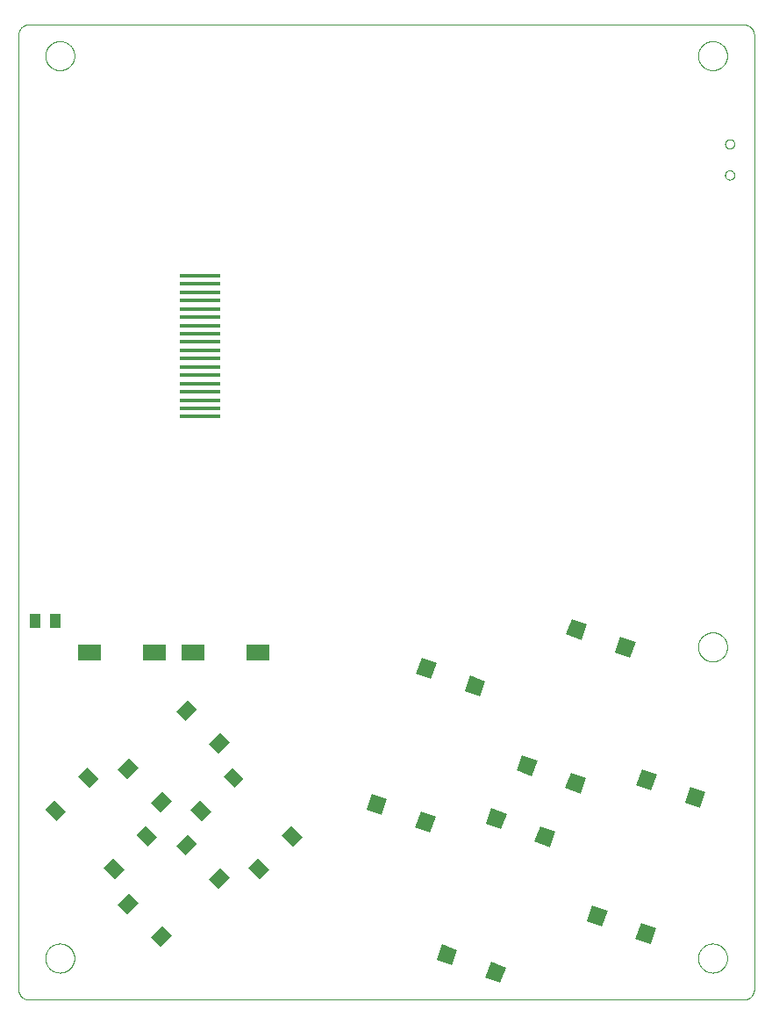
<source format=gtp>
G75*
%MOIN*%
%OFA0B0*%
%FSLAX25Y25*%
%IPPOS*%
%LPD*%
%AMOC8*
5,1,8,0,0,1.08239X$1,22.5*
%
%ADD10C,0.00000*%
%ADD11R,0.04331X0.05512*%
%ADD12R,0.15748X0.01575*%
%ADD13R,0.06299X0.06102*%
%ADD14R,0.09055X0.06299*%
%ADD15R,0.05118X0.06102*%
D10*
X0003248Y0005437D02*
X0003248Y0367642D01*
X0003250Y0367766D01*
X0003256Y0367889D01*
X0003265Y0368013D01*
X0003279Y0368135D01*
X0003296Y0368258D01*
X0003318Y0368380D01*
X0003343Y0368501D01*
X0003372Y0368621D01*
X0003404Y0368740D01*
X0003441Y0368859D01*
X0003481Y0368976D01*
X0003524Y0369091D01*
X0003572Y0369206D01*
X0003623Y0369318D01*
X0003677Y0369429D01*
X0003735Y0369539D01*
X0003796Y0369646D01*
X0003861Y0369752D01*
X0003929Y0369855D01*
X0004000Y0369956D01*
X0004074Y0370055D01*
X0004151Y0370152D01*
X0004232Y0370246D01*
X0004315Y0370337D01*
X0004401Y0370426D01*
X0004490Y0370512D01*
X0004581Y0370595D01*
X0004675Y0370676D01*
X0004772Y0370753D01*
X0004871Y0370827D01*
X0004972Y0370898D01*
X0005075Y0370966D01*
X0005181Y0371031D01*
X0005288Y0371092D01*
X0005398Y0371150D01*
X0005509Y0371204D01*
X0005621Y0371255D01*
X0005736Y0371303D01*
X0005851Y0371346D01*
X0005968Y0371386D01*
X0006087Y0371423D01*
X0006206Y0371455D01*
X0006326Y0371484D01*
X0006447Y0371509D01*
X0006569Y0371531D01*
X0006692Y0371548D01*
X0006814Y0371562D01*
X0006938Y0371571D01*
X0007061Y0371577D01*
X0007185Y0371579D01*
X0278839Y0371579D01*
X0278963Y0371577D01*
X0279086Y0371571D01*
X0279210Y0371562D01*
X0279332Y0371548D01*
X0279455Y0371531D01*
X0279577Y0371509D01*
X0279698Y0371484D01*
X0279818Y0371455D01*
X0279937Y0371423D01*
X0280056Y0371386D01*
X0280173Y0371346D01*
X0280288Y0371303D01*
X0280403Y0371255D01*
X0280515Y0371204D01*
X0280626Y0371150D01*
X0280736Y0371092D01*
X0280843Y0371031D01*
X0280949Y0370966D01*
X0281052Y0370898D01*
X0281153Y0370827D01*
X0281252Y0370753D01*
X0281349Y0370676D01*
X0281443Y0370595D01*
X0281534Y0370512D01*
X0281623Y0370426D01*
X0281709Y0370337D01*
X0281792Y0370246D01*
X0281873Y0370152D01*
X0281950Y0370055D01*
X0282024Y0369956D01*
X0282095Y0369855D01*
X0282163Y0369752D01*
X0282228Y0369646D01*
X0282289Y0369539D01*
X0282347Y0369429D01*
X0282401Y0369318D01*
X0282452Y0369206D01*
X0282500Y0369091D01*
X0282543Y0368976D01*
X0282583Y0368859D01*
X0282620Y0368740D01*
X0282652Y0368621D01*
X0282681Y0368501D01*
X0282706Y0368380D01*
X0282728Y0368258D01*
X0282745Y0368135D01*
X0282759Y0368013D01*
X0282768Y0367889D01*
X0282774Y0367766D01*
X0282776Y0367642D01*
X0282776Y0005437D01*
X0282774Y0005313D01*
X0282768Y0005190D01*
X0282759Y0005066D01*
X0282745Y0004944D01*
X0282728Y0004821D01*
X0282706Y0004699D01*
X0282681Y0004578D01*
X0282652Y0004458D01*
X0282620Y0004339D01*
X0282583Y0004220D01*
X0282543Y0004103D01*
X0282500Y0003988D01*
X0282452Y0003873D01*
X0282401Y0003761D01*
X0282347Y0003650D01*
X0282289Y0003540D01*
X0282228Y0003433D01*
X0282163Y0003327D01*
X0282095Y0003224D01*
X0282024Y0003123D01*
X0281950Y0003024D01*
X0281873Y0002927D01*
X0281792Y0002833D01*
X0281709Y0002742D01*
X0281623Y0002653D01*
X0281534Y0002567D01*
X0281443Y0002484D01*
X0281349Y0002403D01*
X0281252Y0002326D01*
X0281153Y0002252D01*
X0281052Y0002181D01*
X0280949Y0002113D01*
X0280843Y0002048D01*
X0280736Y0001987D01*
X0280626Y0001929D01*
X0280515Y0001875D01*
X0280403Y0001824D01*
X0280288Y0001776D01*
X0280173Y0001733D01*
X0280056Y0001693D01*
X0279937Y0001656D01*
X0279818Y0001624D01*
X0279698Y0001595D01*
X0279577Y0001570D01*
X0279455Y0001548D01*
X0279332Y0001531D01*
X0279210Y0001517D01*
X0279086Y0001508D01*
X0278963Y0001502D01*
X0278839Y0001500D01*
X0007185Y0001500D01*
X0007061Y0001502D01*
X0006938Y0001508D01*
X0006814Y0001517D01*
X0006692Y0001531D01*
X0006569Y0001548D01*
X0006447Y0001570D01*
X0006326Y0001595D01*
X0006206Y0001624D01*
X0006087Y0001656D01*
X0005968Y0001693D01*
X0005851Y0001733D01*
X0005736Y0001776D01*
X0005621Y0001824D01*
X0005509Y0001875D01*
X0005398Y0001929D01*
X0005288Y0001987D01*
X0005181Y0002048D01*
X0005075Y0002113D01*
X0004972Y0002181D01*
X0004871Y0002252D01*
X0004772Y0002326D01*
X0004675Y0002403D01*
X0004581Y0002484D01*
X0004490Y0002567D01*
X0004401Y0002653D01*
X0004315Y0002742D01*
X0004232Y0002833D01*
X0004151Y0002927D01*
X0004074Y0003024D01*
X0004000Y0003123D01*
X0003929Y0003224D01*
X0003861Y0003327D01*
X0003796Y0003433D01*
X0003735Y0003540D01*
X0003677Y0003650D01*
X0003623Y0003761D01*
X0003572Y0003873D01*
X0003524Y0003988D01*
X0003481Y0004103D01*
X0003441Y0004220D01*
X0003404Y0004339D01*
X0003372Y0004458D01*
X0003343Y0004578D01*
X0003318Y0004699D01*
X0003296Y0004821D01*
X0003279Y0004944D01*
X0003265Y0005066D01*
X0003256Y0005190D01*
X0003250Y0005313D01*
X0003248Y0005437D01*
X0013484Y0017248D02*
X0013486Y0017396D01*
X0013492Y0017544D01*
X0013502Y0017692D01*
X0013516Y0017839D01*
X0013534Y0017986D01*
X0013555Y0018132D01*
X0013581Y0018278D01*
X0013611Y0018423D01*
X0013644Y0018567D01*
X0013682Y0018710D01*
X0013723Y0018852D01*
X0013768Y0018993D01*
X0013816Y0019133D01*
X0013869Y0019272D01*
X0013925Y0019409D01*
X0013985Y0019544D01*
X0014048Y0019678D01*
X0014115Y0019810D01*
X0014186Y0019940D01*
X0014260Y0020068D01*
X0014337Y0020194D01*
X0014418Y0020318D01*
X0014502Y0020440D01*
X0014589Y0020559D01*
X0014680Y0020676D01*
X0014774Y0020791D01*
X0014870Y0020903D01*
X0014970Y0021013D01*
X0015072Y0021119D01*
X0015178Y0021223D01*
X0015286Y0021324D01*
X0015397Y0021422D01*
X0015510Y0021518D01*
X0015626Y0021610D01*
X0015744Y0021699D01*
X0015865Y0021784D01*
X0015988Y0021867D01*
X0016113Y0021946D01*
X0016240Y0022022D01*
X0016369Y0022094D01*
X0016500Y0022163D01*
X0016633Y0022228D01*
X0016768Y0022289D01*
X0016904Y0022347D01*
X0017041Y0022402D01*
X0017180Y0022452D01*
X0017321Y0022499D01*
X0017462Y0022542D01*
X0017605Y0022582D01*
X0017749Y0022617D01*
X0017893Y0022649D01*
X0018039Y0022676D01*
X0018185Y0022700D01*
X0018332Y0022720D01*
X0018479Y0022736D01*
X0018626Y0022748D01*
X0018774Y0022756D01*
X0018922Y0022760D01*
X0019070Y0022760D01*
X0019218Y0022756D01*
X0019366Y0022748D01*
X0019513Y0022736D01*
X0019660Y0022720D01*
X0019807Y0022700D01*
X0019953Y0022676D01*
X0020099Y0022649D01*
X0020243Y0022617D01*
X0020387Y0022582D01*
X0020530Y0022542D01*
X0020671Y0022499D01*
X0020812Y0022452D01*
X0020951Y0022402D01*
X0021088Y0022347D01*
X0021224Y0022289D01*
X0021359Y0022228D01*
X0021492Y0022163D01*
X0021623Y0022094D01*
X0021752Y0022022D01*
X0021879Y0021946D01*
X0022004Y0021867D01*
X0022127Y0021784D01*
X0022248Y0021699D01*
X0022366Y0021610D01*
X0022482Y0021518D01*
X0022595Y0021422D01*
X0022706Y0021324D01*
X0022814Y0021223D01*
X0022920Y0021119D01*
X0023022Y0021013D01*
X0023122Y0020903D01*
X0023218Y0020791D01*
X0023312Y0020676D01*
X0023403Y0020559D01*
X0023490Y0020440D01*
X0023574Y0020318D01*
X0023655Y0020194D01*
X0023732Y0020068D01*
X0023806Y0019940D01*
X0023877Y0019810D01*
X0023944Y0019678D01*
X0024007Y0019544D01*
X0024067Y0019409D01*
X0024123Y0019272D01*
X0024176Y0019133D01*
X0024224Y0018993D01*
X0024269Y0018852D01*
X0024310Y0018710D01*
X0024348Y0018567D01*
X0024381Y0018423D01*
X0024411Y0018278D01*
X0024437Y0018132D01*
X0024458Y0017986D01*
X0024476Y0017839D01*
X0024490Y0017692D01*
X0024500Y0017544D01*
X0024506Y0017396D01*
X0024508Y0017248D01*
X0024506Y0017100D01*
X0024500Y0016952D01*
X0024490Y0016804D01*
X0024476Y0016657D01*
X0024458Y0016510D01*
X0024437Y0016364D01*
X0024411Y0016218D01*
X0024381Y0016073D01*
X0024348Y0015929D01*
X0024310Y0015786D01*
X0024269Y0015644D01*
X0024224Y0015503D01*
X0024176Y0015363D01*
X0024123Y0015224D01*
X0024067Y0015087D01*
X0024007Y0014952D01*
X0023944Y0014818D01*
X0023877Y0014686D01*
X0023806Y0014556D01*
X0023732Y0014428D01*
X0023655Y0014302D01*
X0023574Y0014178D01*
X0023490Y0014056D01*
X0023403Y0013937D01*
X0023312Y0013820D01*
X0023218Y0013705D01*
X0023122Y0013593D01*
X0023022Y0013483D01*
X0022920Y0013377D01*
X0022814Y0013273D01*
X0022706Y0013172D01*
X0022595Y0013074D01*
X0022482Y0012978D01*
X0022366Y0012886D01*
X0022248Y0012797D01*
X0022127Y0012712D01*
X0022004Y0012629D01*
X0021879Y0012550D01*
X0021752Y0012474D01*
X0021623Y0012402D01*
X0021492Y0012333D01*
X0021359Y0012268D01*
X0021224Y0012207D01*
X0021088Y0012149D01*
X0020951Y0012094D01*
X0020812Y0012044D01*
X0020671Y0011997D01*
X0020530Y0011954D01*
X0020387Y0011914D01*
X0020243Y0011879D01*
X0020099Y0011847D01*
X0019953Y0011820D01*
X0019807Y0011796D01*
X0019660Y0011776D01*
X0019513Y0011760D01*
X0019366Y0011748D01*
X0019218Y0011740D01*
X0019070Y0011736D01*
X0018922Y0011736D01*
X0018774Y0011740D01*
X0018626Y0011748D01*
X0018479Y0011760D01*
X0018332Y0011776D01*
X0018185Y0011796D01*
X0018039Y0011820D01*
X0017893Y0011847D01*
X0017749Y0011879D01*
X0017605Y0011914D01*
X0017462Y0011954D01*
X0017321Y0011997D01*
X0017180Y0012044D01*
X0017041Y0012094D01*
X0016904Y0012149D01*
X0016768Y0012207D01*
X0016633Y0012268D01*
X0016500Y0012333D01*
X0016369Y0012402D01*
X0016240Y0012474D01*
X0016113Y0012550D01*
X0015988Y0012629D01*
X0015865Y0012712D01*
X0015744Y0012797D01*
X0015626Y0012886D01*
X0015510Y0012978D01*
X0015397Y0013074D01*
X0015286Y0013172D01*
X0015178Y0013273D01*
X0015072Y0013377D01*
X0014970Y0013483D01*
X0014870Y0013593D01*
X0014774Y0013705D01*
X0014680Y0013820D01*
X0014589Y0013937D01*
X0014502Y0014056D01*
X0014418Y0014178D01*
X0014337Y0014302D01*
X0014260Y0014428D01*
X0014186Y0014556D01*
X0014115Y0014686D01*
X0014048Y0014818D01*
X0013985Y0014952D01*
X0013925Y0015087D01*
X0013869Y0015224D01*
X0013816Y0015363D01*
X0013768Y0015503D01*
X0013723Y0015644D01*
X0013682Y0015786D01*
X0013644Y0015929D01*
X0013611Y0016073D01*
X0013581Y0016218D01*
X0013555Y0016364D01*
X0013534Y0016510D01*
X0013516Y0016657D01*
X0013502Y0016804D01*
X0013492Y0016952D01*
X0013486Y0017100D01*
X0013484Y0017248D01*
X0261516Y0017248D02*
X0261518Y0017396D01*
X0261524Y0017544D01*
X0261534Y0017692D01*
X0261548Y0017839D01*
X0261566Y0017986D01*
X0261587Y0018132D01*
X0261613Y0018278D01*
X0261643Y0018423D01*
X0261676Y0018567D01*
X0261714Y0018710D01*
X0261755Y0018852D01*
X0261800Y0018993D01*
X0261848Y0019133D01*
X0261901Y0019272D01*
X0261957Y0019409D01*
X0262017Y0019544D01*
X0262080Y0019678D01*
X0262147Y0019810D01*
X0262218Y0019940D01*
X0262292Y0020068D01*
X0262369Y0020194D01*
X0262450Y0020318D01*
X0262534Y0020440D01*
X0262621Y0020559D01*
X0262712Y0020676D01*
X0262806Y0020791D01*
X0262902Y0020903D01*
X0263002Y0021013D01*
X0263104Y0021119D01*
X0263210Y0021223D01*
X0263318Y0021324D01*
X0263429Y0021422D01*
X0263542Y0021518D01*
X0263658Y0021610D01*
X0263776Y0021699D01*
X0263897Y0021784D01*
X0264020Y0021867D01*
X0264145Y0021946D01*
X0264272Y0022022D01*
X0264401Y0022094D01*
X0264532Y0022163D01*
X0264665Y0022228D01*
X0264800Y0022289D01*
X0264936Y0022347D01*
X0265073Y0022402D01*
X0265212Y0022452D01*
X0265353Y0022499D01*
X0265494Y0022542D01*
X0265637Y0022582D01*
X0265781Y0022617D01*
X0265925Y0022649D01*
X0266071Y0022676D01*
X0266217Y0022700D01*
X0266364Y0022720D01*
X0266511Y0022736D01*
X0266658Y0022748D01*
X0266806Y0022756D01*
X0266954Y0022760D01*
X0267102Y0022760D01*
X0267250Y0022756D01*
X0267398Y0022748D01*
X0267545Y0022736D01*
X0267692Y0022720D01*
X0267839Y0022700D01*
X0267985Y0022676D01*
X0268131Y0022649D01*
X0268275Y0022617D01*
X0268419Y0022582D01*
X0268562Y0022542D01*
X0268703Y0022499D01*
X0268844Y0022452D01*
X0268983Y0022402D01*
X0269120Y0022347D01*
X0269256Y0022289D01*
X0269391Y0022228D01*
X0269524Y0022163D01*
X0269655Y0022094D01*
X0269784Y0022022D01*
X0269911Y0021946D01*
X0270036Y0021867D01*
X0270159Y0021784D01*
X0270280Y0021699D01*
X0270398Y0021610D01*
X0270514Y0021518D01*
X0270627Y0021422D01*
X0270738Y0021324D01*
X0270846Y0021223D01*
X0270952Y0021119D01*
X0271054Y0021013D01*
X0271154Y0020903D01*
X0271250Y0020791D01*
X0271344Y0020676D01*
X0271435Y0020559D01*
X0271522Y0020440D01*
X0271606Y0020318D01*
X0271687Y0020194D01*
X0271764Y0020068D01*
X0271838Y0019940D01*
X0271909Y0019810D01*
X0271976Y0019678D01*
X0272039Y0019544D01*
X0272099Y0019409D01*
X0272155Y0019272D01*
X0272208Y0019133D01*
X0272256Y0018993D01*
X0272301Y0018852D01*
X0272342Y0018710D01*
X0272380Y0018567D01*
X0272413Y0018423D01*
X0272443Y0018278D01*
X0272469Y0018132D01*
X0272490Y0017986D01*
X0272508Y0017839D01*
X0272522Y0017692D01*
X0272532Y0017544D01*
X0272538Y0017396D01*
X0272540Y0017248D01*
X0272538Y0017100D01*
X0272532Y0016952D01*
X0272522Y0016804D01*
X0272508Y0016657D01*
X0272490Y0016510D01*
X0272469Y0016364D01*
X0272443Y0016218D01*
X0272413Y0016073D01*
X0272380Y0015929D01*
X0272342Y0015786D01*
X0272301Y0015644D01*
X0272256Y0015503D01*
X0272208Y0015363D01*
X0272155Y0015224D01*
X0272099Y0015087D01*
X0272039Y0014952D01*
X0271976Y0014818D01*
X0271909Y0014686D01*
X0271838Y0014556D01*
X0271764Y0014428D01*
X0271687Y0014302D01*
X0271606Y0014178D01*
X0271522Y0014056D01*
X0271435Y0013937D01*
X0271344Y0013820D01*
X0271250Y0013705D01*
X0271154Y0013593D01*
X0271054Y0013483D01*
X0270952Y0013377D01*
X0270846Y0013273D01*
X0270738Y0013172D01*
X0270627Y0013074D01*
X0270514Y0012978D01*
X0270398Y0012886D01*
X0270280Y0012797D01*
X0270159Y0012712D01*
X0270036Y0012629D01*
X0269911Y0012550D01*
X0269784Y0012474D01*
X0269655Y0012402D01*
X0269524Y0012333D01*
X0269391Y0012268D01*
X0269256Y0012207D01*
X0269120Y0012149D01*
X0268983Y0012094D01*
X0268844Y0012044D01*
X0268703Y0011997D01*
X0268562Y0011954D01*
X0268419Y0011914D01*
X0268275Y0011879D01*
X0268131Y0011847D01*
X0267985Y0011820D01*
X0267839Y0011796D01*
X0267692Y0011776D01*
X0267545Y0011760D01*
X0267398Y0011748D01*
X0267250Y0011740D01*
X0267102Y0011736D01*
X0266954Y0011736D01*
X0266806Y0011740D01*
X0266658Y0011748D01*
X0266511Y0011760D01*
X0266364Y0011776D01*
X0266217Y0011796D01*
X0266071Y0011820D01*
X0265925Y0011847D01*
X0265781Y0011879D01*
X0265637Y0011914D01*
X0265494Y0011954D01*
X0265353Y0011997D01*
X0265212Y0012044D01*
X0265073Y0012094D01*
X0264936Y0012149D01*
X0264800Y0012207D01*
X0264665Y0012268D01*
X0264532Y0012333D01*
X0264401Y0012402D01*
X0264272Y0012474D01*
X0264145Y0012550D01*
X0264020Y0012629D01*
X0263897Y0012712D01*
X0263776Y0012797D01*
X0263658Y0012886D01*
X0263542Y0012978D01*
X0263429Y0013074D01*
X0263318Y0013172D01*
X0263210Y0013273D01*
X0263104Y0013377D01*
X0263002Y0013483D01*
X0262902Y0013593D01*
X0262806Y0013705D01*
X0262712Y0013820D01*
X0262621Y0013937D01*
X0262534Y0014056D01*
X0262450Y0014178D01*
X0262369Y0014302D01*
X0262292Y0014428D01*
X0262218Y0014556D01*
X0262147Y0014686D01*
X0262080Y0014818D01*
X0262017Y0014952D01*
X0261957Y0015087D01*
X0261901Y0015224D01*
X0261848Y0015363D01*
X0261800Y0015503D01*
X0261755Y0015644D01*
X0261714Y0015786D01*
X0261676Y0015929D01*
X0261643Y0016073D01*
X0261613Y0016218D01*
X0261587Y0016364D01*
X0261566Y0016510D01*
X0261548Y0016657D01*
X0261534Y0016804D01*
X0261524Y0016952D01*
X0261518Y0017100D01*
X0261516Y0017248D01*
X0261516Y0135358D02*
X0261518Y0135506D01*
X0261524Y0135654D01*
X0261534Y0135802D01*
X0261548Y0135949D01*
X0261566Y0136096D01*
X0261587Y0136242D01*
X0261613Y0136388D01*
X0261643Y0136533D01*
X0261676Y0136677D01*
X0261714Y0136820D01*
X0261755Y0136962D01*
X0261800Y0137103D01*
X0261848Y0137243D01*
X0261901Y0137382D01*
X0261957Y0137519D01*
X0262017Y0137654D01*
X0262080Y0137788D01*
X0262147Y0137920D01*
X0262218Y0138050D01*
X0262292Y0138178D01*
X0262369Y0138304D01*
X0262450Y0138428D01*
X0262534Y0138550D01*
X0262621Y0138669D01*
X0262712Y0138786D01*
X0262806Y0138901D01*
X0262902Y0139013D01*
X0263002Y0139123D01*
X0263104Y0139229D01*
X0263210Y0139333D01*
X0263318Y0139434D01*
X0263429Y0139532D01*
X0263542Y0139628D01*
X0263658Y0139720D01*
X0263776Y0139809D01*
X0263897Y0139894D01*
X0264020Y0139977D01*
X0264145Y0140056D01*
X0264272Y0140132D01*
X0264401Y0140204D01*
X0264532Y0140273D01*
X0264665Y0140338D01*
X0264800Y0140399D01*
X0264936Y0140457D01*
X0265073Y0140512D01*
X0265212Y0140562D01*
X0265353Y0140609D01*
X0265494Y0140652D01*
X0265637Y0140692D01*
X0265781Y0140727D01*
X0265925Y0140759D01*
X0266071Y0140786D01*
X0266217Y0140810D01*
X0266364Y0140830D01*
X0266511Y0140846D01*
X0266658Y0140858D01*
X0266806Y0140866D01*
X0266954Y0140870D01*
X0267102Y0140870D01*
X0267250Y0140866D01*
X0267398Y0140858D01*
X0267545Y0140846D01*
X0267692Y0140830D01*
X0267839Y0140810D01*
X0267985Y0140786D01*
X0268131Y0140759D01*
X0268275Y0140727D01*
X0268419Y0140692D01*
X0268562Y0140652D01*
X0268703Y0140609D01*
X0268844Y0140562D01*
X0268983Y0140512D01*
X0269120Y0140457D01*
X0269256Y0140399D01*
X0269391Y0140338D01*
X0269524Y0140273D01*
X0269655Y0140204D01*
X0269784Y0140132D01*
X0269911Y0140056D01*
X0270036Y0139977D01*
X0270159Y0139894D01*
X0270280Y0139809D01*
X0270398Y0139720D01*
X0270514Y0139628D01*
X0270627Y0139532D01*
X0270738Y0139434D01*
X0270846Y0139333D01*
X0270952Y0139229D01*
X0271054Y0139123D01*
X0271154Y0139013D01*
X0271250Y0138901D01*
X0271344Y0138786D01*
X0271435Y0138669D01*
X0271522Y0138550D01*
X0271606Y0138428D01*
X0271687Y0138304D01*
X0271764Y0138178D01*
X0271838Y0138050D01*
X0271909Y0137920D01*
X0271976Y0137788D01*
X0272039Y0137654D01*
X0272099Y0137519D01*
X0272155Y0137382D01*
X0272208Y0137243D01*
X0272256Y0137103D01*
X0272301Y0136962D01*
X0272342Y0136820D01*
X0272380Y0136677D01*
X0272413Y0136533D01*
X0272443Y0136388D01*
X0272469Y0136242D01*
X0272490Y0136096D01*
X0272508Y0135949D01*
X0272522Y0135802D01*
X0272532Y0135654D01*
X0272538Y0135506D01*
X0272540Y0135358D01*
X0272538Y0135210D01*
X0272532Y0135062D01*
X0272522Y0134914D01*
X0272508Y0134767D01*
X0272490Y0134620D01*
X0272469Y0134474D01*
X0272443Y0134328D01*
X0272413Y0134183D01*
X0272380Y0134039D01*
X0272342Y0133896D01*
X0272301Y0133754D01*
X0272256Y0133613D01*
X0272208Y0133473D01*
X0272155Y0133334D01*
X0272099Y0133197D01*
X0272039Y0133062D01*
X0271976Y0132928D01*
X0271909Y0132796D01*
X0271838Y0132666D01*
X0271764Y0132538D01*
X0271687Y0132412D01*
X0271606Y0132288D01*
X0271522Y0132166D01*
X0271435Y0132047D01*
X0271344Y0131930D01*
X0271250Y0131815D01*
X0271154Y0131703D01*
X0271054Y0131593D01*
X0270952Y0131487D01*
X0270846Y0131383D01*
X0270738Y0131282D01*
X0270627Y0131184D01*
X0270514Y0131088D01*
X0270398Y0130996D01*
X0270280Y0130907D01*
X0270159Y0130822D01*
X0270036Y0130739D01*
X0269911Y0130660D01*
X0269784Y0130584D01*
X0269655Y0130512D01*
X0269524Y0130443D01*
X0269391Y0130378D01*
X0269256Y0130317D01*
X0269120Y0130259D01*
X0268983Y0130204D01*
X0268844Y0130154D01*
X0268703Y0130107D01*
X0268562Y0130064D01*
X0268419Y0130024D01*
X0268275Y0129989D01*
X0268131Y0129957D01*
X0267985Y0129930D01*
X0267839Y0129906D01*
X0267692Y0129886D01*
X0267545Y0129870D01*
X0267398Y0129858D01*
X0267250Y0129850D01*
X0267102Y0129846D01*
X0266954Y0129846D01*
X0266806Y0129850D01*
X0266658Y0129858D01*
X0266511Y0129870D01*
X0266364Y0129886D01*
X0266217Y0129906D01*
X0266071Y0129930D01*
X0265925Y0129957D01*
X0265781Y0129989D01*
X0265637Y0130024D01*
X0265494Y0130064D01*
X0265353Y0130107D01*
X0265212Y0130154D01*
X0265073Y0130204D01*
X0264936Y0130259D01*
X0264800Y0130317D01*
X0264665Y0130378D01*
X0264532Y0130443D01*
X0264401Y0130512D01*
X0264272Y0130584D01*
X0264145Y0130660D01*
X0264020Y0130739D01*
X0263897Y0130822D01*
X0263776Y0130907D01*
X0263658Y0130996D01*
X0263542Y0131088D01*
X0263429Y0131184D01*
X0263318Y0131282D01*
X0263210Y0131383D01*
X0263104Y0131487D01*
X0263002Y0131593D01*
X0262902Y0131703D01*
X0262806Y0131815D01*
X0262712Y0131930D01*
X0262621Y0132047D01*
X0262534Y0132166D01*
X0262450Y0132288D01*
X0262369Y0132412D01*
X0262292Y0132538D01*
X0262218Y0132666D01*
X0262147Y0132796D01*
X0262080Y0132928D01*
X0262017Y0133062D01*
X0261957Y0133197D01*
X0261901Y0133334D01*
X0261848Y0133473D01*
X0261800Y0133613D01*
X0261755Y0133754D01*
X0261714Y0133896D01*
X0261676Y0134039D01*
X0261643Y0134183D01*
X0261613Y0134328D01*
X0261587Y0134474D01*
X0261566Y0134620D01*
X0261548Y0134767D01*
X0261534Y0134914D01*
X0261524Y0135062D01*
X0261518Y0135210D01*
X0261516Y0135358D01*
X0271752Y0314492D02*
X0271754Y0314576D01*
X0271760Y0314659D01*
X0271770Y0314742D01*
X0271784Y0314825D01*
X0271801Y0314907D01*
X0271823Y0314988D01*
X0271848Y0315067D01*
X0271877Y0315146D01*
X0271910Y0315223D01*
X0271946Y0315298D01*
X0271986Y0315372D01*
X0272029Y0315444D01*
X0272076Y0315513D01*
X0272126Y0315580D01*
X0272179Y0315645D01*
X0272235Y0315707D01*
X0272293Y0315767D01*
X0272355Y0315824D01*
X0272419Y0315877D01*
X0272486Y0315928D01*
X0272555Y0315975D01*
X0272626Y0316020D01*
X0272699Y0316060D01*
X0272774Y0316097D01*
X0272851Y0316131D01*
X0272929Y0316161D01*
X0273008Y0316187D01*
X0273089Y0316210D01*
X0273171Y0316228D01*
X0273253Y0316243D01*
X0273336Y0316254D01*
X0273419Y0316261D01*
X0273503Y0316264D01*
X0273587Y0316263D01*
X0273670Y0316258D01*
X0273754Y0316249D01*
X0273836Y0316236D01*
X0273918Y0316220D01*
X0273999Y0316199D01*
X0274080Y0316175D01*
X0274158Y0316147D01*
X0274236Y0316115D01*
X0274312Y0316079D01*
X0274386Y0316040D01*
X0274458Y0315998D01*
X0274528Y0315952D01*
X0274596Y0315903D01*
X0274661Y0315851D01*
X0274724Y0315796D01*
X0274784Y0315738D01*
X0274842Y0315677D01*
X0274896Y0315613D01*
X0274948Y0315547D01*
X0274996Y0315479D01*
X0275041Y0315408D01*
X0275082Y0315335D01*
X0275121Y0315261D01*
X0275155Y0315185D01*
X0275186Y0315107D01*
X0275213Y0315028D01*
X0275237Y0314947D01*
X0275256Y0314866D01*
X0275272Y0314784D01*
X0275284Y0314701D01*
X0275292Y0314617D01*
X0275296Y0314534D01*
X0275296Y0314450D01*
X0275292Y0314367D01*
X0275284Y0314283D01*
X0275272Y0314200D01*
X0275256Y0314118D01*
X0275237Y0314037D01*
X0275213Y0313956D01*
X0275186Y0313877D01*
X0275155Y0313799D01*
X0275121Y0313723D01*
X0275082Y0313649D01*
X0275041Y0313576D01*
X0274996Y0313505D01*
X0274948Y0313437D01*
X0274896Y0313371D01*
X0274842Y0313307D01*
X0274784Y0313246D01*
X0274724Y0313188D01*
X0274661Y0313133D01*
X0274596Y0313081D01*
X0274528Y0313032D01*
X0274458Y0312986D01*
X0274386Y0312944D01*
X0274312Y0312905D01*
X0274236Y0312869D01*
X0274158Y0312837D01*
X0274080Y0312809D01*
X0273999Y0312785D01*
X0273918Y0312764D01*
X0273836Y0312748D01*
X0273754Y0312735D01*
X0273670Y0312726D01*
X0273587Y0312721D01*
X0273503Y0312720D01*
X0273419Y0312723D01*
X0273336Y0312730D01*
X0273253Y0312741D01*
X0273171Y0312756D01*
X0273089Y0312774D01*
X0273008Y0312797D01*
X0272929Y0312823D01*
X0272851Y0312853D01*
X0272774Y0312887D01*
X0272699Y0312924D01*
X0272626Y0312964D01*
X0272555Y0313009D01*
X0272486Y0313056D01*
X0272419Y0313107D01*
X0272355Y0313160D01*
X0272293Y0313217D01*
X0272235Y0313277D01*
X0272179Y0313339D01*
X0272126Y0313404D01*
X0272076Y0313471D01*
X0272029Y0313540D01*
X0271986Y0313612D01*
X0271946Y0313686D01*
X0271910Y0313761D01*
X0271877Y0313838D01*
X0271848Y0313917D01*
X0271823Y0313996D01*
X0271801Y0314077D01*
X0271784Y0314159D01*
X0271770Y0314242D01*
X0271760Y0314325D01*
X0271754Y0314408D01*
X0271752Y0314492D01*
X0271752Y0326303D02*
X0271754Y0326387D01*
X0271760Y0326470D01*
X0271770Y0326553D01*
X0271784Y0326636D01*
X0271801Y0326718D01*
X0271823Y0326799D01*
X0271848Y0326878D01*
X0271877Y0326957D01*
X0271910Y0327034D01*
X0271946Y0327109D01*
X0271986Y0327183D01*
X0272029Y0327255D01*
X0272076Y0327324D01*
X0272126Y0327391D01*
X0272179Y0327456D01*
X0272235Y0327518D01*
X0272293Y0327578D01*
X0272355Y0327635D01*
X0272419Y0327688D01*
X0272486Y0327739D01*
X0272555Y0327786D01*
X0272626Y0327831D01*
X0272699Y0327871D01*
X0272774Y0327908D01*
X0272851Y0327942D01*
X0272929Y0327972D01*
X0273008Y0327998D01*
X0273089Y0328021D01*
X0273171Y0328039D01*
X0273253Y0328054D01*
X0273336Y0328065D01*
X0273419Y0328072D01*
X0273503Y0328075D01*
X0273587Y0328074D01*
X0273670Y0328069D01*
X0273754Y0328060D01*
X0273836Y0328047D01*
X0273918Y0328031D01*
X0273999Y0328010D01*
X0274080Y0327986D01*
X0274158Y0327958D01*
X0274236Y0327926D01*
X0274312Y0327890D01*
X0274386Y0327851D01*
X0274458Y0327809D01*
X0274528Y0327763D01*
X0274596Y0327714D01*
X0274661Y0327662D01*
X0274724Y0327607D01*
X0274784Y0327549D01*
X0274842Y0327488D01*
X0274896Y0327424D01*
X0274948Y0327358D01*
X0274996Y0327290D01*
X0275041Y0327219D01*
X0275082Y0327146D01*
X0275121Y0327072D01*
X0275155Y0326996D01*
X0275186Y0326918D01*
X0275213Y0326839D01*
X0275237Y0326758D01*
X0275256Y0326677D01*
X0275272Y0326595D01*
X0275284Y0326512D01*
X0275292Y0326428D01*
X0275296Y0326345D01*
X0275296Y0326261D01*
X0275292Y0326178D01*
X0275284Y0326094D01*
X0275272Y0326011D01*
X0275256Y0325929D01*
X0275237Y0325848D01*
X0275213Y0325767D01*
X0275186Y0325688D01*
X0275155Y0325610D01*
X0275121Y0325534D01*
X0275082Y0325460D01*
X0275041Y0325387D01*
X0274996Y0325316D01*
X0274948Y0325248D01*
X0274896Y0325182D01*
X0274842Y0325118D01*
X0274784Y0325057D01*
X0274724Y0324999D01*
X0274661Y0324944D01*
X0274596Y0324892D01*
X0274528Y0324843D01*
X0274458Y0324797D01*
X0274386Y0324755D01*
X0274312Y0324716D01*
X0274236Y0324680D01*
X0274158Y0324648D01*
X0274080Y0324620D01*
X0273999Y0324596D01*
X0273918Y0324575D01*
X0273836Y0324559D01*
X0273754Y0324546D01*
X0273670Y0324537D01*
X0273587Y0324532D01*
X0273503Y0324531D01*
X0273419Y0324534D01*
X0273336Y0324541D01*
X0273253Y0324552D01*
X0273171Y0324567D01*
X0273089Y0324585D01*
X0273008Y0324608D01*
X0272929Y0324634D01*
X0272851Y0324664D01*
X0272774Y0324698D01*
X0272699Y0324735D01*
X0272626Y0324775D01*
X0272555Y0324820D01*
X0272486Y0324867D01*
X0272419Y0324918D01*
X0272355Y0324971D01*
X0272293Y0325028D01*
X0272235Y0325088D01*
X0272179Y0325150D01*
X0272126Y0325215D01*
X0272076Y0325282D01*
X0272029Y0325351D01*
X0271986Y0325423D01*
X0271946Y0325497D01*
X0271910Y0325572D01*
X0271877Y0325649D01*
X0271848Y0325728D01*
X0271823Y0325807D01*
X0271801Y0325888D01*
X0271784Y0325970D01*
X0271770Y0326053D01*
X0271760Y0326136D01*
X0271754Y0326219D01*
X0271752Y0326303D01*
X0261516Y0359768D02*
X0261518Y0359916D01*
X0261524Y0360064D01*
X0261534Y0360212D01*
X0261548Y0360359D01*
X0261566Y0360506D01*
X0261587Y0360652D01*
X0261613Y0360798D01*
X0261643Y0360943D01*
X0261676Y0361087D01*
X0261714Y0361230D01*
X0261755Y0361372D01*
X0261800Y0361513D01*
X0261848Y0361653D01*
X0261901Y0361792D01*
X0261957Y0361929D01*
X0262017Y0362064D01*
X0262080Y0362198D01*
X0262147Y0362330D01*
X0262218Y0362460D01*
X0262292Y0362588D01*
X0262369Y0362714D01*
X0262450Y0362838D01*
X0262534Y0362960D01*
X0262621Y0363079D01*
X0262712Y0363196D01*
X0262806Y0363311D01*
X0262902Y0363423D01*
X0263002Y0363533D01*
X0263104Y0363639D01*
X0263210Y0363743D01*
X0263318Y0363844D01*
X0263429Y0363942D01*
X0263542Y0364038D01*
X0263658Y0364130D01*
X0263776Y0364219D01*
X0263897Y0364304D01*
X0264020Y0364387D01*
X0264145Y0364466D01*
X0264272Y0364542D01*
X0264401Y0364614D01*
X0264532Y0364683D01*
X0264665Y0364748D01*
X0264800Y0364809D01*
X0264936Y0364867D01*
X0265073Y0364922D01*
X0265212Y0364972D01*
X0265353Y0365019D01*
X0265494Y0365062D01*
X0265637Y0365102D01*
X0265781Y0365137D01*
X0265925Y0365169D01*
X0266071Y0365196D01*
X0266217Y0365220D01*
X0266364Y0365240D01*
X0266511Y0365256D01*
X0266658Y0365268D01*
X0266806Y0365276D01*
X0266954Y0365280D01*
X0267102Y0365280D01*
X0267250Y0365276D01*
X0267398Y0365268D01*
X0267545Y0365256D01*
X0267692Y0365240D01*
X0267839Y0365220D01*
X0267985Y0365196D01*
X0268131Y0365169D01*
X0268275Y0365137D01*
X0268419Y0365102D01*
X0268562Y0365062D01*
X0268703Y0365019D01*
X0268844Y0364972D01*
X0268983Y0364922D01*
X0269120Y0364867D01*
X0269256Y0364809D01*
X0269391Y0364748D01*
X0269524Y0364683D01*
X0269655Y0364614D01*
X0269784Y0364542D01*
X0269911Y0364466D01*
X0270036Y0364387D01*
X0270159Y0364304D01*
X0270280Y0364219D01*
X0270398Y0364130D01*
X0270514Y0364038D01*
X0270627Y0363942D01*
X0270738Y0363844D01*
X0270846Y0363743D01*
X0270952Y0363639D01*
X0271054Y0363533D01*
X0271154Y0363423D01*
X0271250Y0363311D01*
X0271344Y0363196D01*
X0271435Y0363079D01*
X0271522Y0362960D01*
X0271606Y0362838D01*
X0271687Y0362714D01*
X0271764Y0362588D01*
X0271838Y0362460D01*
X0271909Y0362330D01*
X0271976Y0362198D01*
X0272039Y0362064D01*
X0272099Y0361929D01*
X0272155Y0361792D01*
X0272208Y0361653D01*
X0272256Y0361513D01*
X0272301Y0361372D01*
X0272342Y0361230D01*
X0272380Y0361087D01*
X0272413Y0360943D01*
X0272443Y0360798D01*
X0272469Y0360652D01*
X0272490Y0360506D01*
X0272508Y0360359D01*
X0272522Y0360212D01*
X0272532Y0360064D01*
X0272538Y0359916D01*
X0272540Y0359768D01*
X0272538Y0359620D01*
X0272532Y0359472D01*
X0272522Y0359324D01*
X0272508Y0359177D01*
X0272490Y0359030D01*
X0272469Y0358884D01*
X0272443Y0358738D01*
X0272413Y0358593D01*
X0272380Y0358449D01*
X0272342Y0358306D01*
X0272301Y0358164D01*
X0272256Y0358023D01*
X0272208Y0357883D01*
X0272155Y0357744D01*
X0272099Y0357607D01*
X0272039Y0357472D01*
X0271976Y0357338D01*
X0271909Y0357206D01*
X0271838Y0357076D01*
X0271764Y0356948D01*
X0271687Y0356822D01*
X0271606Y0356698D01*
X0271522Y0356576D01*
X0271435Y0356457D01*
X0271344Y0356340D01*
X0271250Y0356225D01*
X0271154Y0356113D01*
X0271054Y0356003D01*
X0270952Y0355897D01*
X0270846Y0355793D01*
X0270738Y0355692D01*
X0270627Y0355594D01*
X0270514Y0355498D01*
X0270398Y0355406D01*
X0270280Y0355317D01*
X0270159Y0355232D01*
X0270036Y0355149D01*
X0269911Y0355070D01*
X0269784Y0354994D01*
X0269655Y0354922D01*
X0269524Y0354853D01*
X0269391Y0354788D01*
X0269256Y0354727D01*
X0269120Y0354669D01*
X0268983Y0354614D01*
X0268844Y0354564D01*
X0268703Y0354517D01*
X0268562Y0354474D01*
X0268419Y0354434D01*
X0268275Y0354399D01*
X0268131Y0354367D01*
X0267985Y0354340D01*
X0267839Y0354316D01*
X0267692Y0354296D01*
X0267545Y0354280D01*
X0267398Y0354268D01*
X0267250Y0354260D01*
X0267102Y0354256D01*
X0266954Y0354256D01*
X0266806Y0354260D01*
X0266658Y0354268D01*
X0266511Y0354280D01*
X0266364Y0354296D01*
X0266217Y0354316D01*
X0266071Y0354340D01*
X0265925Y0354367D01*
X0265781Y0354399D01*
X0265637Y0354434D01*
X0265494Y0354474D01*
X0265353Y0354517D01*
X0265212Y0354564D01*
X0265073Y0354614D01*
X0264936Y0354669D01*
X0264800Y0354727D01*
X0264665Y0354788D01*
X0264532Y0354853D01*
X0264401Y0354922D01*
X0264272Y0354994D01*
X0264145Y0355070D01*
X0264020Y0355149D01*
X0263897Y0355232D01*
X0263776Y0355317D01*
X0263658Y0355406D01*
X0263542Y0355498D01*
X0263429Y0355594D01*
X0263318Y0355692D01*
X0263210Y0355793D01*
X0263104Y0355897D01*
X0263002Y0356003D01*
X0262902Y0356113D01*
X0262806Y0356225D01*
X0262712Y0356340D01*
X0262621Y0356457D01*
X0262534Y0356576D01*
X0262450Y0356698D01*
X0262369Y0356822D01*
X0262292Y0356948D01*
X0262218Y0357076D01*
X0262147Y0357206D01*
X0262080Y0357338D01*
X0262017Y0357472D01*
X0261957Y0357607D01*
X0261901Y0357744D01*
X0261848Y0357883D01*
X0261800Y0358023D01*
X0261755Y0358164D01*
X0261714Y0358306D01*
X0261676Y0358449D01*
X0261643Y0358593D01*
X0261613Y0358738D01*
X0261587Y0358884D01*
X0261566Y0359030D01*
X0261548Y0359177D01*
X0261534Y0359324D01*
X0261524Y0359472D01*
X0261518Y0359620D01*
X0261516Y0359768D01*
X0013484Y0359768D02*
X0013486Y0359916D01*
X0013492Y0360064D01*
X0013502Y0360212D01*
X0013516Y0360359D01*
X0013534Y0360506D01*
X0013555Y0360652D01*
X0013581Y0360798D01*
X0013611Y0360943D01*
X0013644Y0361087D01*
X0013682Y0361230D01*
X0013723Y0361372D01*
X0013768Y0361513D01*
X0013816Y0361653D01*
X0013869Y0361792D01*
X0013925Y0361929D01*
X0013985Y0362064D01*
X0014048Y0362198D01*
X0014115Y0362330D01*
X0014186Y0362460D01*
X0014260Y0362588D01*
X0014337Y0362714D01*
X0014418Y0362838D01*
X0014502Y0362960D01*
X0014589Y0363079D01*
X0014680Y0363196D01*
X0014774Y0363311D01*
X0014870Y0363423D01*
X0014970Y0363533D01*
X0015072Y0363639D01*
X0015178Y0363743D01*
X0015286Y0363844D01*
X0015397Y0363942D01*
X0015510Y0364038D01*
X0015626Y0364130D01*
X0015744Y0364219D01*
X0015865Y0364304D01*
X0015988Y0364387D01*
X0016113Y0364466D01*
X0016240Y0364542D01*
X0016369Y0364614D01*
X0016500Y0364683D01*
X0016633Y0364748D01*
X0016768Y0364809D01*
X0016904Y0364867D01*
X0017041Y0364922D01*
X0017180Y0364972D01*
X0017321Y0365019D01*
X0017462Y0365062D01*
X0017605Y0365102D01*
X0017749Y0365137D01*
X0017893Y0365169D01*
X0018039Y0365196D01*
X0018185Y0365220D01*
X0018332Y0365240D01*
X0018479Y0365256D01*
X0018626Y0365268D01*
X0018774Y0365276D01*
X0018922Y0365280D01*
X0019070Y0365280D01*
X0019218Y0365276D01*
X0019366Y0365268D01*
X0019513Y0365256D01*
X0019660Y0365240D01*
X0019807Y0365220D01*
X0019953Y0365196D01*
X0020099Y0365169D01*
X0020243Y0365137D01*
X0020387Y0365102D01*
X0020530Y0365062D01*
X0020671Y0365019D01*
X0020812Y0364972D01*
X0020951Y0364922D01*
X0021088Y0364867D01*
X0021224Y0364809D01*
X0021359Y0364748D01*
X0021492Y0364683D01*
X0021623Y0364614D01*
X0021752Y0364542D01*
X0021879Y0364466D01*
X0022004Y0364387D01*
X0022127Y0364304D01*
X0022248Y0364219D01*
X0022366Y0364130D01*
X0022482Y0364038D01*
X0022595Y0363942D01*
X0022706Y0363844D01*
X0022814Y0363743D01*
X0022920Y0363639D01*
X0023022Y0363533D01*
X0023122Y0363423D01*
X0023218Y0363311D01*
X0023312Y0363196D01*
X0023403Y0363079D01*
X0023490Y0362960D01*
X0023574Y0362838D01*
X0023655Y0362714D01*
X0023732Y0362588D01*
X0023806Y0362460D01*
X0023877Y0362330D01*
X0023944Y0362198D01*
X0024007Y0362064D01*
X0024067Y0361929D01*
X0024123Y0361792D01*
X0024176Y0361653D01*
X0024224Y0361513D01*
X0024269Y0361372D01*
X0024310Y0361230D01*
X0024348Y0361087D01*
X0024381Y0360943D01*
X0024411Y0360798D01*
X0024437Y0360652D01*
X0024458Y0360506D01*
X0024476Y0360359D01*
X0024490Y0360212D01*
X0024500Y0360064D01*
X0024506Y0359916D01*
X0024508Y0359768D01*
X0024506Y0359620D01*
X0024500Y0359472D01*
X0024490Y0359324D01*
X0024476Y0359177D01*
X0024458Y0359030D01*
X0024437Y0358884D01*
X0024411Y0358738D01*
X0024381Y0358593D01*
X0024348Y0358449D01*
X0024310Y0358306D01*
X0024269Y0358164D01*
X0024224Y0358023D01*
X0024176Y0357883D01*
X0024123Y0357744D01*
X0024067Y0357607D01*
X0024007Y0357472D01*
X0023944Y0357338D01*
X0023877Y0357206D01*
X0023806Y0357076D01*
X0023732Y0356948D01*
X0023655Y0356822D01*
X0023574Y0356698D01*
X0023490Y0356576D01*
X0023403Y0356457D01*
X0023312Y0356340D01*
X0023218Y0356225D01*
X0023122Y0356113D01*
X0023022Y0356003D01*
X0022920Y0355897D01*
X0022814Y0355793D01*
X0022706Y0355692D01*
X0022595Y0355594D01*
X0022482Y0355498D01*
X0022366Y0355406D01*
X0022248Y0355317D01*
X0022127Y0355232D01*
X0022004Y0355149D01*
X0021879Y0355070D01*
X0021752Y0354994D01*
X0021623Y0354922D01*
X0021492Y0354853D01*
X0021359Y0354788D01*
X0021224Y0354727D01*
X0021088Y0354669D01*
X0020951Y0354614D01*
X0020812Y0354564D01*
X0020671Y0354517D01*
X0020530Y0354474D01*
X0020387Y0354434D01*
X0020243Y0354399D01*
X0020099Y0354367D01*
X0019953Y0354340D01*
X0019807Y0354316D01*
X0019660Y0354296D01*
X0019513Y0354280D01*
X0019366Y0354268D01*
X0019218Y0354260D01*
X0019070Y0354256D01*
X0018922Y0354256D01*
X0018774Y0354260D01*
X0018626Y0354268D01*
X0018479Y0354280D01*
X0018332Y0354296D01*
X0018185Y0354316D01*
X0018039Y0354340D01*
X0017893Y0354367D01*
X0017749Y0354399D01*
X0017605Y0354434D01*
X0017462Y0354474D01*
X0017321Y0354517D01*
X0017180Y0354564D01*
X0017041Y0354614D01*
X0016904Y0354669D01*
X0016768Y0354727D01*
X0016633Y0354788D01*
X0016500Y0354853D01*
X0016369Y0354922D01*
X0016240Y0354994D01*
X0016113Y0355070D01*
X0015988Y0355149D01*
X0015865Y0355232D01*
X0015744Y0355317D01*
X0015626Y0355406D01*
X0015510Y0355498D01*
X0015397Y0355594D01*
X0015286Y0355692D01*
X0015178Y0355793D01*
X0015072Y0355897D01*
X0014970Y0356003D01*
X0014870Y0356113D01*
X0014774Y0356225D01*
X0014680Y0356340D01*
X0014589Y0356457D01*
X0014502Y0356576D01*
X0014418Y0356698D01*
X0014337Y0356822D01*
X0014260Y0356948D01*
X0014186Y0357076D01*
X0014115Y0357206D01*
X0014048Y0357338D01*
X0013985Y0357472D01*
X0013925Y0357607D01*
X0013869Y0357744D01*
X0013816Y0357883D01*
X0013768Y0358023D01*
X0013723Y0358164D01*
X0013682Y0358306D01*
X0013644Y0358449D01*
X0013611Y0358593D01*
X0013581Y0358738D01*
X0013555Y0358884D01*
X0013534Y0359030D01*
X0013516Y0359177D01*
X0013502Y0359324D01*
X0013492Y0359472D01*
X0013486Y0359620D01*
X0013484Y0359768D01*
D11*
X0009547Y0145201D03*
X0017421Y0145201D03*
D12*
X0072146Y0222760D03*
X0072146Y0225909D03*
X0072146Y0229059D03*
X0072146Y0232209D03*
X0072146Y0235358D03*
X0072146Y0238508D03*
X0072146Y0241657D03*
X0072146Y0244807D03*
X0072146Y0247957D03*
X0072146Y0251106D03*
X0072146Y0254256D03*
X0072146Y0257406D03*
X0072146Y0260555D03*
X0072146Y0263705D03*
X0072146Y0266854D03*
X0072146Y0270004D03*
X0072146Y0273154D03*
X0072146Y0276303D03*
D13*
G36*
X0162173Y0129107D02*
X0160018Y0123190D01*
X0154285Y0125277D01*
X0156440Y0131194D01*
X0162173Y0129107D01*
G37*
G36*
X0180671Y0122374D02*
X0178516Y0116457D01*
X0172783Y0118544D01*
X0174938Y0124461D01*
X0180671Y0122374D01*
G37*
G36*
X0200480Y0092308D02*
X0198325Y0086391D01*
X0192592Y0088478D01*
X0194747Y0094395D01*
X0200480Y0092308D01*
G37*
G36*
X0218977Y0085576D02*
X0216822Y0079659D01*
X0211089Y0081746D01*
X0213244Y0087663D01*
X0218977Y0085576D01*
G37*
G36*
X0207293Y0065284D02*
X0205138Y0059367D01*
X0199405Y0061454D01*
X0201560Y0067371D01*
X0207293Y0065284D01*
G37*
G36*
X0188795Y0072017D02*
X0186640Y0066100D01*
X0180907Y0068187D01*
X0183062Y0074104D01*
X0188795Y0072017D01*
G37*
G36*
X0161887Y0070765D02*
X0159732Y0064848D01*
X0153999Y0066935D01*
X0156154Y0072852D01*
X0161887Y0070765D01*
G37*
G36*
X0143389Y0077498D02*
X0141234Y0071581D01*
X0135501Y0073668D01*
X0137656Y0079585D01*
X0143389Y0077498D01*
G37*
G36*
X0170011Y0020407D02*
X0167856Y0014490D01*
X0162123Y0016577D01*
X0164278Y0022494D01*
X0170011Y0020407D01*
G37*
G36*
X0188509Y0013675D02*
X0186354Y0007758D01*
X0180621Y0009845D01*
X0182776Y0015762D01*
X0188509Y0013675D01*
G37*
G36*
X0227101Y0035218D02*
X0224946Y0029301D01*
X0219213Y0031388D01*
X0221368Y0037305D01*
X0227101Y0035218D01*
G37*
G36*
X0245599Y0028485D02*
X0243444Y0022568D01*
X0237711Y0024655D01*
X0239866Y0030572D01*
X0245599Y0028485D01*
G37*
G36*
X0264383Y0080094D02*
X0262228Y0074177D01*
X0256495Y0076264D01*
X0258650Y0082181D01*
X0264383Y0080094D01*
G37*
G36*
X0245885Y0086827D02*
X0243730Y0080910D01*
X0237997Y0082997D01*
X0240152Y0088914D01*
X0245885Y0086827D01*
G37*
G36*
X0237762Y0137185D02*
X0235607Y0131268D01*
X0229874Y0133355D01*
X0232029Y0139272D01*
X0237762Y0137185D01*
G37*
G36*
X0219264Y0143917D02*
X0217109Y0138000D01*
X0211376Y0140087D01*
X0213531Y0146004D01*
X0219264Y0143917D01*
G37*
D14*
X0094390Y0133390D03*
X0069587Y0133390D03*
X0055020Y0133390D03*
X0030217Y0133390D03*
D15*
G36*
X0045320Y0093183D02*
X0048939Y0089564D01*
X0044626Y0085251D01*
X0041007Y0088870D01*
X0045320Y0093183D01*
G37*
G36*
X0025976Y0086106D02*
X0029595Y0089725D01*
X0033908Y0085412D01*
X0030289Y0081793D01*
X0025976Y0086106D01*
G37*
G36*
X0013448Y0073578D02*
X0017067Y0077197D01*
X0021380Y0072884D01*
X0017761Y0069265D01*
X0013448Y0073578D01*
G37*
G36*
X0035580Y0051446D02*
X0039199Y0055065D01*
X0043512Y0050752D01*
X0039893Y0047133D01*
X0035580Y0051446D01*
G37*
G36*
X0044626Y0034070D02*
X0041007Y0037689D01*
X0045320Y0042002D01*
X0048939Y0038383D01*
X0044626Y0034070D01*
G37*
G36*
X0057154Y0021543D02*
X0053535Y0025162D01*
X0057848Y0029475D01*
X0061467Y0025856D01*
X0057154Y0021543D01*
G37*
G36*
X0079286Y0043675D02*
X0075667Y0047294D01*
X0079980Y0051607D01*
X0083599Y0047988D01*
X0079286Y0043675D01*
G37*
G36*
X0066758Y0056202D02*
X0063139Y0059821D01*
X0067452Y0064134D01*
X0071071Y0060515D01*
X0066758Y0056202D01*
G37*
G36*
X0048108Y0063974D02*
X0051727Y0067593D01*
X0056040Y0063280D01*
X0052421Y0059661D01*
X0048108Y0063974D01*
G37*
G36*
X0057848Y0080656D02*
X0061467Y0077037D01*
X0057154Y0072724D01*
X0053535Y0076343D01*
X0057848Y0080656D01*
G37*
G36*
X0076499Y0072884D02*
X0072880Y0069265D01*
X0068567Y0073578D01*
X0072186Y0077197D01*
X0076499Y0072884D01*
G37*
G36*
X0089026Y0085412D02*
X0085407Y0081793D01*
X0081094Y0086106D01*
X0084713Y0089725D01*
X0089026Y0085412D01*
G37*
G36*
X0079980Y0102788D02*
X0083599Y0099169D01*
X0079286Y0094856D01*
X0075667Y0098475D01*
X0079980Y0102788D01*
G37*
G36*
X0067452Y0115315D02*
X0071071Y0111696D01*
X0066758Y0107383D01*
X0063139Y0111002D01*
X0067452Y0115315D01*
G37*
G36*
X0111158Y0063280D02*
X0107539Y0059661D01*
X0103226Y0063974D01*
X0106845Y0067593D01*
X0111158Y0063280D01*
G37*
G36*
X0098630Y0050752D02*
X0095011Y0047133D01*
X0090698Y0051446D01*
X0094317Y0055065D01*
X0098630Y0050752D01*
G37*
M02*

</source>
